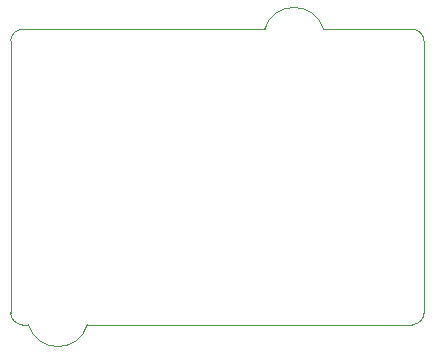
<source format=gbr>
%TF.GenerationSoftware,KiCad,Pcbnew,(5.1.10)-1*%
%TF.CreationDate,2021-10-05T19:45:30+09:00*%
%TF.ProjectId,mr8-iso-mux-sbus-4ws,6d72382d-6973-46f2-9d6d-75782d736275,1*%
%TF.SameCoordinates,Original*%
%TF.FileFunction,Profile,NP*%
%FSLAX46Y46*%
G04 Gerber Fmt 4.6, Leading zero omitted, Abs format (unit mm)*
G04 Created by KiCad (PCBNEW (5.1.10)-1) date 2021-10-05 19:45:30*
%MOMM*%
%LPD*%
G01*
G04 APERTURE LIST*
%TA.AperFunction,Profile*%
%ADD10C,0.050000*%
%TD*%
G04 APERTURE END LIST*
D10*
X104150000Y-101400000D02*
X104650001Y-101399999D01*
X109649998Y-101400000D02*
G75*
G02*
X104650001Y-101399999I-2499998J750000D01*
G01*
X137150000Y-76400000D02*
X129649999Y-76400001D01*
X124650002Y-76400000D02*
G75*
G02*
X129649999Y-76400001I2499998J-750000D01*
G01*
X104150000Y-101400000D02*
G75*
G02*
X103150000Y-100400000I0J1000000D01*
G01*
X138150000Y-100400000D02*
G75*
G02*
X137150000Y-101400000I-1000000J0D01*
G01*
X137150000Y-76400000D02*
G75*
G02*
X138150000Y-77400000I0J-1000000D01*
G01*
X103150000Y-77400000D02*
G75*
G02*
X104150000Y-76400000I1000000J0D01*
G01*
X103150000Y-100400000D02*
X103150000Y-77400000D01*
X137150000Y-101400000D02*
X109649999Y-101400000D01*
X138150000Y-77400000D02*
X138150000Y-100400000D01*
X104150000Y-76400000D02*
X124650001Y-76400000D01*
M02*

</source>
